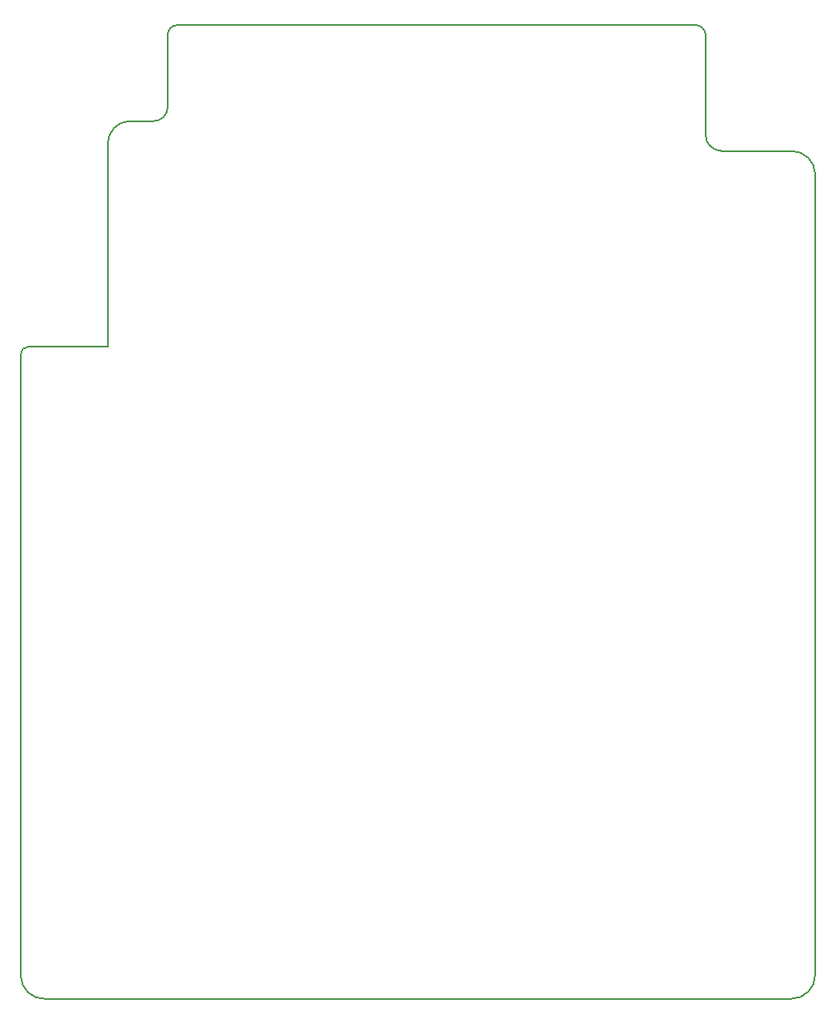
<source format=gbr>
G04 #@! TF.FileFunction,Profile,NP*
%FSLAX46Y46*%
G04 Gerber Fmt 4.6, Leading zero omitted, Abs format (unit mm)*
G04 Created by KiCad (PCBNEW 4.0.4-stable) date 01/09/17 01:24:07*
%MOMM*%
%LPD*%
G01*
G04 APERTURE LIST*
%ADD10C,0.100000*%
%ADD11C,0.150000*%
G04 APERTURE END LIST*
D10*
D11*
X100076000Y-81534000D02*
X100076000Y-144880000D01*
X100838000Y-80772000D02*
X108966000Y-80772000D01*
X100838000Y-80772000D02*
G75*
G03X100076000Y-81534000I0J-762000D01*
G01*
X171577000Y-60833000D02*
X178701700Y-60833000D01*
X169926000Y-49022000D02*
X169926000Y-59182000D01*
X169926000Y-59182000D02*
G75*
G03X171577000Y-60833000I1651000J0D01*
G01*
X116078000Y-48006000D02*
X168910000Y-48006000D01*
X115062000Y-56388000D02*
X115062000Y-49022000D01*
X169926000Y-49022000D02*
G75*
G03X168910000Y-48006000I-1016000J0D01*
G01*
X116078000Y-48006000D02*
G75*
G03X115062000Y-49022000I0J-1016000D01*
G01*
X108966000Y-60071000D02*
X108966000Y-80772000D01*
X111125000Y-57785000D02*
X113665000Y-57785000D01*
X113665000Y-57785000D02*
G75*
G03X115062000Y-56388000I0J1397000D01*
G01*
X111125196Y-57788520D02*
G75*
G03X108966000Y-60071000I126804J-2282480D01*
G01*
X181114700Y-63220600D02*
G75*
G03X178701700Y-60833000I-2400300J-12700D01*
G01*
X100075900Y-144881700D02*
G75*
G03X102577900Y-147205700I2413000J89000D01*
G01*
X178689000Y-147193000D02*
G75*
G03X181102000Y-144780000I0J2413000D01*
G01*
X102577900Y-147205700D02*
X178689000Y-147193000D01*
X181114700Y-63220600D02*
X181102000Y-144780000D01*
M02*

</source>
